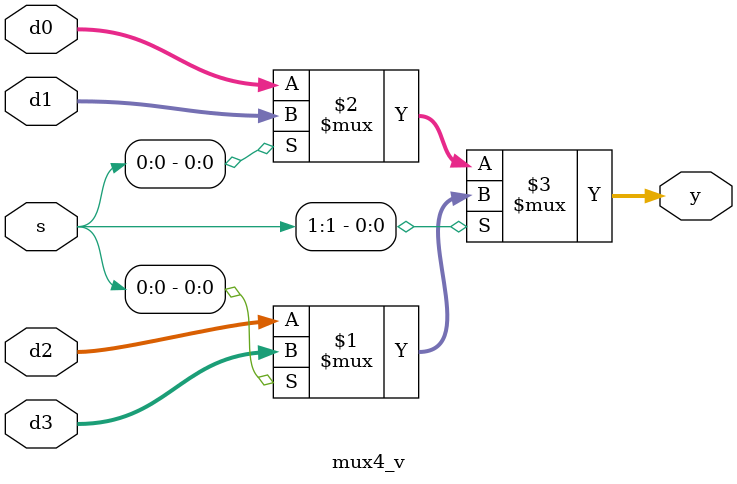
<source format=v>
module mux4_v
(
input [3:0] d0, d1, d2, d3,
input [1:0] s,
output [3:0] y
);
assign y = s[1] ? (s[0] ? d3 : d2) : (s[0] ? d1 : d0);
endmodule
</source>
